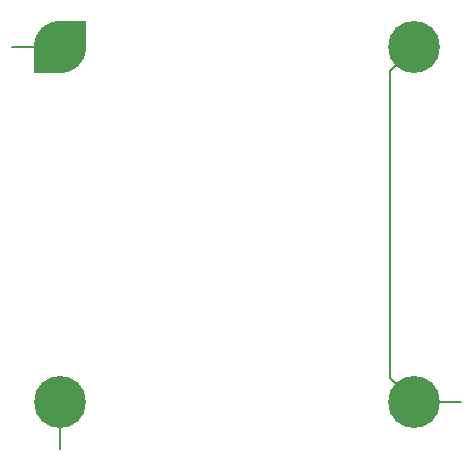
<source format=gtl>
%TF.GenerationSoftware,KiCad,Pcbnew,8.0.8*%
%TF.CreationDate,2025-01-29T17:06:00+00:00*%
%TF.ProjectId,ec30_3x3_l_mh_0.1,65633330-5f33-4783-935f-6c5f6d685f30,v0.1*%
%TF.SameCoordinates,PX8d24d00PY36d6160*%
%TF.FileFunction,Copper,L1,Top*%
%TF.FilePolarity,Positive*%
%FSLAX46Y46*%
G04 Gerber Fmt 4.6, Leading zero omitted, Abs format (unit mm)*
G04 Created by KiCad (PCBNEW 8.0.8) date 2025-01-29 17:06:00*
%MOMM*%
%LPD*%
G01*
G04 APERTURE LIST*
G04 Aperture macros list*
%AMFreePoly0*
4,1,31,1.555635,1.555635,1.655822,1.452117,1.831196,1.223566,1.975237,0.974078,2.085481,0.707925,2.160042,0.429659,2.197645,0.144041,2.197645,-0.144041,2.160042,-0.429659,2.085481,-0.707925,1.975237,-0.974078,1.831196,-1.223566,1.655822,-1.452117,1.555635,-1.555635,0.000000,-3.111270,-1.555635,-1.555635,-1.655822,-1.452117,-1.831196,-1.223566,-1.975237,-0.974078,-2.085481,-0.707925,
-2.160042,-0.429659,-2.197645,-0.144041,-2.197645,0.144041,-2.160042,0.429659,-2.085481,0.707925,-1.975237,0.974078,-1.831196,1.223566,-1.655822,1.452117,-1.555635,1.555635,0.000000,3.111270,1.555635,1.555635,1.555635,1.555635,$1*%
G04 Aperture macros list end*
%TA.AperFunction,SMDPad,CuDef*%
%ADD10C,0.100000*%
%TD*%
%TA.AperFunction,ComponentPad*%
%ADD11C,4.400000*%
%TD*%
%TA.AperFunction,FiducialPad,Local*%
%ADD12FreePoly0,135.000000*%
%TD*%
%TA.AperFunction,FiducialPad,Local*%
%ADD13C,4.400000*%
%TD*%
%TA.AperFunction,Conductor*%
%ADD14C,0.200000*%
%TD*%
G04 APERTURE END LIST*
D10*
%TO.P,GS1,1,JD_DATA*%
%TO.N,JD_DATA*%
X-19000000Y15000000D03*
%TD*%
D11*
%TO.P,MH3,MH3,MH3*%
%TO.N,JD_PWR*%
X-15000800Y-15000800D03*
%TD*%
%TO.P,MH4,MH4,MH4*%
%TO.N,GND*%
X15000000Y-14999999D03*
%TD*%
D10*
%TO.P,GS2,1,GND*%
%TO.N,GND*%
X19000000Y-15000000D03*
%TD*%
D11*
%TO.P,MH2,MH2,MH2*%
%TO.N,GND*%
X15000000Y15000000D03*
%TD*%
D10*
%TO.P,GS3,1,JD_PWR*%
%TO.N,JD_PWR*%
X-15000000Y-19000000D03*
%TD*%
D12*
%TO.P,MH1,MH1,MH1*%
%TO.N,JD_DATA*%
X-15000000Y15000001D03*
D13*
X-15000000Y15000001D03*
%TD*%
D14*
%TO.N,JD_DATA*%
X-15000000Y15000001D02*
X-18999999Y15000001D01*
X-18999999Y15000001D02*
X-19000000Y15000000D01*
%TO.N,GND*%
X13000000Y-12999999D02*
X15000000Y-14999999D01*
X13000000Y13000000D02*
X13000000Y-12999999D01*
X15000000Y-14999999D02*
X18999999Y-14999999D01*
X15000000Y15000000D02*
X13000000Y13000000D01*
X18999999Y-14999999D02*
X19000000Y-15000000D01*
%TO.N,JD_PWR*%
X-15000800Y-15000800D02*
X-15000800Y-18999200D01*
X-15000800Y-18999200D02*
X-15000000Y-19000000D01*
%TD*%
M02*

</source>
